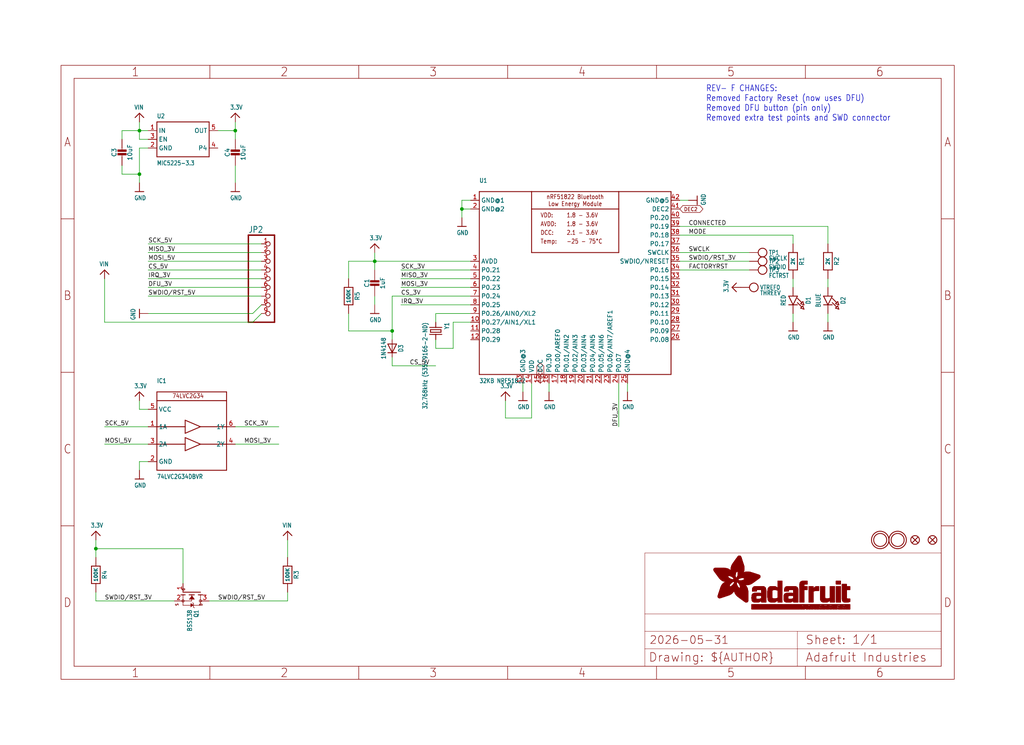
<source format=kicad_sch>
(kicad_sch (version 20230121) (generator eeschema)
  (paper "User" 298.45 217.322)
  (lib_symbols
    (symbol "working-eagle-import:3.3V" (power)
      (property "Value" "3.3V" (at -1.524 1.016 0))
      (symbol "3.3V_1_0"
        (pin power_in line (at 0 -2.54 90) (length 2.54) (name "3.3V") (number "1"))
      )
    )
    (symbol "working-eagle-import:74LVC2G34DBVR"
      (property "Reference" "IC" (at -7.62 15.24 0))
      (symbol "74LVC2G34DBVR_1_0"
        (text "74LVC2G34" (at -3.175 10.795 0) (effects (font (size 1.27 1.0795)) (justify left bottom)))
        (pin input line (at -10.16 2.54 0) (length 2.54) (name "1A") (number "1"))
        (pin power_in line (at -10.16 -7.62 0) (length 2.54) (name "GND") (number "2"))
        (pin input line (at -10.16 -2.54 0) (length 2.54) (name "2A") (number "3"))
        (pin output line (at 15.24 -2.54 180) (length 2.54) (name "2Y") (number "4"))
        (pin power_in line (at -10.16 7.62 0) (length 2.54) (name "VCC") (number "5"))
        (pin output line (at 15.24 2.54 180) (length 2.54) (name "1Y") (number "6"))
      )
    )
    (symbol "working-eagle-import:CAP_CERAMIC0805-NOOUTLINE"
      (property "Reference" "C" (at -2.29 1.25 90))
      (symbol "CAP_CERAMIC0805-NOOUTLINE_1_0"
        (pin passive line (at 0 5.08 270) (length 2.54) (name "1") (number "1"))
        (pin passive line (at 0 -2.54 90) (length 2.54) (name "2") (number "2"))
      )
    )
    (symbol "working-eagle-import:CAP_CERAMIC0805_10MGAP"
      (property "Reference" "C" (at -2.29 1.25 90))
      (symbol "CAP_CERAMIC0805_10MGAP_1_0"
        (pin passive line (at 0 5.08 270) (length 2.54) (name "1") (number "1"))
        (pin passive line (at 0 -2.54 90) (length 2.54) (name "2") (number "2"))
      )
    )
    (symbol "working-eagle-import:CRYSTAL2.0X6.0_32.768"
      (property "Reference" "Y" (at -2.54 2.54 0))
      (symbol "CRYSTAL2.0X6.0_32.768_1_0"
        (pin passive line (at -2.54 0 0) (length 0) (name "1") (number "1"))
        (pin passive line (at 2.54 0 180) (length 0) (name "2") (number "2"))
      )
    )
    (symbol "working-eagle-import:DIODESOD-323"
      (property "Reference" "D" (at 0 2.54 0))
      (symbol "DIODESOD-323_1_0"
        (pin passive line (at -2.54 0 0) (length 2.54) (name "A") (number "A"))
        (pin passive line (at 2.54 0 180) (length 2.54) (name "C") (number "C"))
      )
    )
    (symbol "working-eagle-import:FIDUCIAL{dblquote}{dblquote}")
    (symbol "working-eagle-import:FRAME_A4_ADAFRUIT"
      (symbol "FRAME_A4_ADAFRUIT_1_0"
        (text "${#}/${##}" (at 230.505 10.16 0) (effects (font (size 2.54 2.54)) (justify left bottom)))
        (text "${AUTHOR}" (at 189.23 5.08 0) (effects (font (size 2.286 2.286)) (justify left bottom)))
        (text "${CURRENT_DATE}" (at 171.45 10.16 0) (effects (font (size 2.286 2.286)) (justify left bottom)))
        (text "${PROJECTNAME}" (at 171.45 15.24 0) (effects (font (size 2.54 2.54)) (justify left bottom)))
        (text "1" (at 21.6958 1.905 0) (effects (font (size 2.54 2.286))))
        (text "1" (at 21.6958 177.165 0) (effects (font (size 2.54 2.286))))
        (text "2" (at 65.0875 1.905 0) (effects (font (size 2.54 2.286))))
        (text "2" (at 65.0875 177.165 0) (effects (font (size 2.54 2.286))))
        (text "3" (at 108.4792 1.905 0) (effects (font (size 2.54 2.286))))
        (text "3" (at 108.4792 177.165 0) (effects (font (size 2.54 2.286))))
        (text "4" (at 151.8708 1.905 0) (effects (font (size 2.54 2.286))))
        (text "4" (at 151.8708 177.165 0) (effects (font (size 2.54 2.286))))
        (text "5" (at 195.2625 1.905 0) (effects (font (size 2.54 2.286))))
        (text "5" (at 195.2625 177.165 0) (effects (font (size 2.54 2.286))))
        (text "6" (at 238.6542 1.905 0) (effects (font (size 2.54 2.286))))
        (text "6" (at 238.6542 177.165 0) (effects (font (size 2.54 2.286))))
        (text "A" (at 1.905 156.6863 0) (effects (font (size 2.54 2.286))))
        (text "A" (at 258.445 156.6863 0) (effects (font (size 2.54 2.286))))
        (text "Adafruit Industries" (at 216.916 4.953 0) (effects (font (size 2.54 2.54)) (justify left bottom)))
        (text "B" (at 1.905 111.9188 0) (effects (font (size 2.54 2.286))))
        (text "B" (at 258.445 111.9188 0) (effects (font (size 2.54 2.286))))
        (text "C" (at 1.905 67.1513 0) (effects (font (size 2.54 2.286))))
        (text "C" (at 258.445 67.1513 0) (effects (font (size 2.54 2.286))))
        (text "D" (at 1.905 22.3838 0) (effects (font (size 2.54 2.286))))
        (text "D" (at 258.445 22.3838 0) (effects (font (size 2.54 2.286))))
        (text "Drawing:" (at 171.196 4.953 0) (effects (font (size 2.54 2.54)) (justify left bottom)))
        (text "Sheet:" (at 216.916 10.033 0) (effects (font (size 2.54 2.54)) (justify left bottom)))
      )
    )
    (symbol "working-eagle-import:GND" (power)
      (property "Value" "GND" (at -1.524 -2.54 0))
      (symbol "GND_1_0"
        (pin power_in line (at 0 2.54 270) (length 2.54) (name "GND") (number "1"))
      )
    )
    (symbol "working-eagle-import:HEADER-1X970MIL"
      (property "Reference" "JP" (at -6.35 13.335 0))
      (symbol "HEADER-1X970MIL_1_0"
        (pin passive inverted (at -2.54 10.16 0) (length 2.54) (name "1") (number "1"))
        (pin passive inverted (at -2.54 7.62 0) (length 2.54) (name "2") (number "2"))
        (pin passive inverted (at -2.54 5.08 0) (length 2.54) (name "3") (number "3"))
        (pin passive inverted (at -2.54 2.54 0) (length 2.54) (name "4") (number "4"))
        (pin passive inverted (at -2.54 0 0) (length 2.54) (name "5") (number "5"))
        (pin passive inverted (at -2.54 -2.54 0) (length 2.54) (name "6") (number "6"))
        (pin passive inverted (at -2.54 -5.08 0) (length 2.54) (name "7") (number "7"))
        (pin passive inverted (at -2.54 -7.62 0) (length 2.54) (name "8") (number "8"))
        (pin passive inverted (at -2.54 -10.16 0) (length 2.54) (name "9") (number "9"))
      )
    )
    (symbol "working-eagle-import:LED0805_NOOUTLINE"
      (property "Reference" "D" (at -1.27 4.445 0))
      (symbol "LED0805_NOOUTLINE_1_0"
        (pin passive line (at -5.08 0 0) (length 2.54) (name "A") (number "A"))
        (pin passive line (at 2.54 0 180) (length 2.54) (name "C") (number "C"))
      )
    )
    (symbol "working-eagle-import:MOSFET-NWIDE"
      (property "Reference" "Q" (at 5.08 0.635 0))
      (symbol "MOSFET-NWIDE_1_0"
        (text "D" (at 3.175 3.175 0) (effects (font (size 0.8128 0.6908)) (justify left bottom)))
        (text "G" (at -1.27 -1.905 0) (effects (font (size 0.8128 0.6908)) (justify left bottom)))
        (text "S" (at 3.175 -3.81 0) (effects (font (size 0.8128 0.6908)) (justify left bottom)))
        (pin bidirectional line (at -2.54 -2.54 0) (length 2.54) (name "G") (number "1"))
        (pin bidirectional line (at 2.54 -5.08 90) (length 2.54) (name "S") (number "2"))
        (pin bidirectional line (at 2.54 5.08 270) (length 2.54) (name "D") (number "3"))
      )
    )
    (symbol "working-eagle-import:MOUNTINGHOLE2.5")
    (symbol "working-eagle-import:NRF51822_MODULE_MDBT40"
      (property "Reference" "U" (at -27.94 27.94 0))
      (symbol "NRF51822_MODULE_MDBT40_1_0"
        (text "-25 - 75°C" (at -2.54 10.16 0) (effects (font (size 1.27 1.0795)) (justify left bottom)))
        (text "1.8 - 3.6V" (at -2.54 15.24 0) (effects (font (size 1.27 1.0795)) (justify left bottom)))
        (text "1.8 - 3.6V" (at -2.54 17.78 0) (effects (font (size 1.27 1.0795)) (justify left bottom)))
        (text "2.1 - 3.6V" (at -2.54 12.7 0) (effects (font (size 1.27 1.0795)) (justify left bottom)))
        (text "AVDD:" (at -10.16 15.24 0) (effects (font (size 1.27 1.0795)) (justify left bottom)))
        (text "DCC:" (at -10.16 12.7 0) (effects (font (size 1.27 1.0795)) (justify left bottom)))
        (text "nRF51822 Bluetooth\nLow Energy Module" (at 0 22.86 0) (effects (font (size 1.27 1.0795))))
        (text "Temp:" (at -10.16 10.16 0) (effects (font (size 1.27 1.0795)) (justify left bottom)))
        (text "VDD:" (at -10.16 17.78 0) (effects (font (size 1.27 1.0795)) (justify left bottom)))
        (pin power_in line (at -30.48 22.86 0) (length 2.54) (name "GND@1") (number "1"))
        (pin bidirectional line (at -30.48 -12.7 0) (length 2.54) (name "P0.27/AIN1/XL1") (number "10"))
        (pin bidirectional line (at -30.48 -15.24 0) (length 2.54) (name "P0.28") (number "11"))
        (pin bidirectional line (at -30.48 -17.78 0) (length 2.54) (name "P0.29") (number "12"))
        (pin power_in line (at -15.24 -30.48 90) (length 2.54) (name "GND@3") (number "13"))
        (pin power_in line (at -12.7 -30.48 90) (length 2.54) (name "VDD") (number "14"))
        (pin power_in line (at -10.16 -30.48 90) (length 2.54) (name "DCC") (number "15"))
        (pin bidirectional line (at -7.62 -30.48 90) (length 2.54) (name "P0.30") (number "16"))
        (pin bidirectional line (at -5.08 -30.48 90) (length 2.54) (name "P0.00/AREF0") (number "17"))
        (pin bidirectional line (at -2.54 -30.48 90) (length 2.54) (name "P0.01/AIN2") (number "18"))
        (pin bidirectional line (at 0 -30.48 90) (length 2.54) (name "P0.02/AIN3") (number "19"))
        (pin power_in line (at -30.48 20.32 0) (length 2.54) (name "GND@2") (number "2"))
        (pin bidirectional line (at 2.54 -30.48 90) (length 2.54) (name "P0.03/AIN4") (number "20"))
        (pin bidirectional line (at 5.08 -30.48 90) (length 2.54) (name "P0.04/AIN5") (number "21"))
        (pin bidirectional line (at 7.62 -30.48 90) (length 2.54) (name "P0.05/AIN6") (number "22"))
        (pin bidirectional line (at 10.16 -30.48 90) (length 2.54) (name "P0.06/AIN7/AREF1") (number "23"))
        (pin bidirectional line (at 12.7 -30.48 90) (length 2.54) (name "P0.07") (number "24"))
        (pin power_in line (at 15.24 -30.48 90) (length 2.54) (name "GND@4") (number "25"))
        (pin bidirectional line (at 30.48 -17.78 180) (length 2.54) (name "P0.08") (number "26"))
        (pin bidirectional line (at 30.48 -15.24 180) (length 2.54) (name "P0.09") (number "27"))
        (pin bidirectional line (at 30.48 -12.7 180) (length 2.54) (name "P0.10") (number "28"))
        (pin bidirectional line (at 30.48 -10.16 180) (length 2.54) (name "P0.11") (number "29"))
        (pin power_in line (at -30.48 5.08 0) (length 2.54) (name "AVDD") (number "3"))
        (pin bidirectional line (at 30.48 -7.62 180) (length 2.54) (name "P0.12") (number "30"))
        (pin bidirectional line (at 30.48 -5.08 180) (length 2.54) (name "P0.13") (number "31"))
        (pin bidirectional line (at 30.48 -2.54 180) (length 2.54) (name "P0.14") (number "32"))
        (pin bidirectional line (at 30.48 0 180) (length 2.54) (name "P0.15") (number "33"))
        (pin bidirectional line (at 30.48 2.54 180) (length 2.54) (name "P0.16") (number "34"))
        (pin bidirectional line (at 30.48 5.08 180) (length 2.54) (name "SWDIO/NRESET") (number "35"))
        (pin bidirectional line (at 30.48 7.62 180) (length 2.54) (name "SWCLK") (number "36"))
        (pin bidirectional line (at 30.48 10.16 180) (length 2.54) (name "P0.17") (number "37"))
        (pin bidirectional line (at 30.48 12.7 180) (length 2.54) (name "P0.18") (number "38"))
        (pin bidirectional line (at 30.48 15.24 180) (length 2.54) (name "P0.19") (number "39"))
        (pin bidirectional line (at -30.48 2.54 0) (length 2.54) (name "P0.21") (number "4"))
        (pin bidirectional line (at 30.48 17.78 180) (length 2.54) (name "P0.20") (number "40"))
        (pin power_in line (at 30.48 20.32 180) (length 2.54) (name "DEC2") (number "41"))
        (pin power_in line (at 30.48 22.86 180) (length 2.54) (name "GND@5") (number "42"))
        (pin bidirectional line (at -30.48 0 0) (length 2.54) (name "P0.22") (number "5"))
        (pin bidirectional line (at -30.48 -2.54 0) (length 2.54) (name "P0.23") (number "6"))
        (pin bidirectional line (at -30.48 -5.08 0) (length 2.54) (name "P0.24") (number "7"))
        (pin bidirectional line (at -30.48 -7.62 0) (length 2.54) (name "P0.25") (number "8"))
        (pin bidirectional line (at -30.48 -10.16 0) (length 2.54) (name "P0.26/AIN0/XL2") (number "9"))
      )
    )
    (symbol "working-eagle-import:RESISTOR0805_NOOUTLINE"
      (property "Reference" "R" (at 0 2.54 0))
      (symbol "RESISTOR0805_NOOUTLINE_1_0"
        (pin passive line (at -5.08 0 0) (length 2.54) (name "1") (number "1"))
        (pin passive line (at 5.08 0 180) (length 2.54) (name "2") (number "2"))
      )
    )
    (symbol "working-eagle-import:RESISTOR_0805MP"
      (property "Reference" "R" (at 0 2.54 0))
      (symbol "RESISTOR_0805MP_1_0"
        (pin passive line (at -5.08 0 0) (length 2.54) (name "1") (number "1"))
        (pin passive line (at 5.08 0 180) (length 2.54) (name "2") (number "2"))
      )
    )
    (symbol "working-eagle-import:TESTPOINT1.5X2.0MM_NOCREAM"
      (property "Reference" "TP" (at 0 5.588 90))
      (symbol "TESTPOINT1.5X2.0MM_NOCREAM_1_0"
        (pin bidirectional line (at 0 0 90) (length 2.54) (name "P$1") (number "P$1"))
      )
    )
    (symbol "working-eagle-import:VIN" (power)
      (property "Value" "VIN" (at -1.524 1.016 0))
      (symbol "VIN_1_0"
        (pin power_in line (at 0 -2.54 90) (length 2.54) (name "VIN") (number "1"))
      )
    )
    (symbol "working-eagle-import:VREG_SOT23-5"
      (property "Reference" "U" (at -7.62 6.096 0))
      (symbol "VREG_SOT23-5_1_0"
        (pin power_in line (at -10.16 2.54 0) (length 2.54) (name "IN") (number "1"))
        (pin power_in line (at -10.16 -2.54 0) (length 2.54) (name "GND") (number "2"))
        (pin input line (at -10.16 0 0) (length 2.54) (name "EN") (number "3"))
        (pin bidirectional line (at 10.16 -2.54 180) (length 2.54) (name "P4") (number "4"))
        (pin power_in line (at 10.16 2.54 180) (length 2.54) (name "OUT") (number "5"))
      )
    )
  )
  (junction (at 114.3 96.52))
  (junction (at 109.22 76.2))
  (junction (at 27.94 160.02))
  (junction (at 40.64 50.8))
  (junction (at 134.62 60.96))
  (junction (at 40.64 38.1))
  (junction (at 68.58 38.1))
  (wire (pts (xy 40.64 40.64) (xy 40.64 38.1)) (stroke (width 0.1524)))
  (wire (pts (xy 63.5 38.1) (xy 68.58 38.1)) (stroke (width 0.1524)))
  (wire (pts (xy 30.48 129.54) (xy 43.18 129.54)) (stroke (width 0.1524)))
  (wire (pts (xy 116.84 83.82) (xy 137.16 83.82)) (stroke (width 0.1524)))
  (wire (pts (xy 68.58 38.1) (xy 68.58 35.56)) (stroke (width 0.1524)))
  (wire (pts (xy 73.66 93.98) (xy 76.2 91.44)) (stroke (width 0.1524)))
  (wire (pts (xy 35.56 38.1) (xy 35.56 40.64)) (stroke (width 0.1524)))
  (wire (pts (xy 182.88 111.76) (xy 182.88 114.3)) (stroke (width 0.1524)))
  (wire (pts (xy 114.3 96.52) (xy 114.3 99.06)) (stroke (width 0.1524)))
  (wire (pts (xy 198.12 68.58) (xy 231.14 68.58)) (stroke (width 0.1524)))
  (wire (pts (xy 43.18 38.1) (xy 40.64 38.1)) (stroke (width 0.1524)))
  (wire (pts (xy 30.48 124.46) (xy 43.18 124.46)) (stroke (width 0.1524)))
  (wire (pts (xy 43.18 119.38) (xy 40.64 119.38)) (stroke (width 0.1524)))
  (wire (pts (xy 35.56 50.8) (xy 35.56 48.26)) (stroke (width 0.1524)))
  (wire (pts (xy 53.34 160.02) (xy 27.94 160.02)) (stroke (width 0.1524)))
  (wire (pts (xy 68.58 48.26) (xy 68.58 53.34)) (stroke (width 0.1524)))
  (wire (pts (xy 101.6 76.2) (xy 101.6 81.28)) (stroke (width 0.1524)))
  (wire (pts (xy 114.3 106.68) (xy 114.3 104.14)) (stroke (width 0.1524)))
  (wire (pts (xy 109.22 76.2) (xy 109.22 73.66)) (stroke (width 0.1524)))
  (wire (pts (xy 40.64 38.1) (xy 40.64 35.56)) (stroke (width 0.1524)))
  (wire (pts (xy 198.12 78.74) (xy 218.44 78.74)) (stroke (width 0.1524)))
  (wire (pts (xy 40.64 119.38) (xy 40.64 116.84)) (stroke (width 0.1524)))
  (wire (pts (xy 137.16 91.44) (xy 127 91.44)) (stroke (width 0.1524)))
  (wire (pts (xy 132.08 93.98) (xy 137.16 93.98)) (stroke (width 0.1524)))
  (wire (pts (xy 132.08 101.6) (xy 132.08 93.98)) (stroke (width 0.1524)))
  (wire (pts (xy 109.22 76.2) (xy 109.22 78.74)) (stroke (width 0.1524)))
  (wire (pts (xy 68.58 124.46) (xy 81.28 124.46)) (stroke (width 0.1524)))
  (wire (pts (xy 83.82 162.56) (xy 83.82 157.48)) (stroke (width 0.1524)))
  (wire (pts (xy 116.84 78.74) (xy 137.16 78.74)) (stroke (width 0.1524)))
  (wire (pts (xy 134.62 60.96) (xy 134.62 63.5)) (stroke (width 0.1524)))
  (wire (pts (xy 127 91.44) (xy 127 93.98)) (stroke (width 0.1524)))
  (wire (pts (xy 27.94 160.02) (xy 27.94 157.48)) (stroke (width 0.1524)))
  (wire (pts (xy 134.62 58.42) (xy 134.62 60.96)) (stroke (width 0.1524)))
  (wire (pts (xy 27.94 175.26) (xy 27.94 172.72)) (stroke (width 0.1524)))
  (wire (pts (xy 198.12 66.04) (xy 241.3 66.04)) (stroke (width 0.1524)))
  (wire (pts (xy 109.22 86.36) (xy 109.22 88.9)) (stroke (width 0.1524)))
  (wire (pts (xy 68.58 38.1) (xy 68.58 40.64)) (stroke (width 0.1524)))
  (wire (pts (xy 73.66 91.44) (xy 76.2 88.9)) (stroke (width 0.1524)))
  (wire (pts (xy 43.18 134.62) (xy 40.64 134.62)) (stroke (width 0.1524)))
  (wire (pts (xy 198.12 73.66) (xy 218.44 73.66)) (stroke (width 0.1524)))
  (wire (pts (xy 43.18 86.36) (xy 76.2 86.36)) (stroke (width 0.1524)))
  (wire (pts (xy 231.14 81.28) (xy 231.14 83.82)) (stroke (width 0.1524)))
  (wire (pts (xy 154.94 121.92) (xy 147.32 121.92)) (stroke (width 0.1524)))
  (wire (pts (xy 116.84 81.28) (xy 137.16 81.28)) (stroke (width 0.1524)))
  (wire (pts (xy 83.82 172.72) (xy 83.82 175.26)) (stroke (width 0.1524)))
  (wire (pts (xy 43.18 78.74) (xy 76.2 78.74)) (stroke (width 0.1524)))
  (wire (pts (xy 43.18 40.64) (xy 40.64 40.64)) (stroke (width 0.1524)))
  (wire (pts (xy 241.3 91.44) (xy 241.3 93.98)) (stroke (width 0.1524)))
  (wire (pts (xy 40.64 134.62) (xy 40.64 137.16)) (stroke (width 0.1524)))
  (wire (pts (xy 198.12 76.2) (xy 218.44 76.2)) (stroke (width 0.1524)))
  (wire (pts (xy 43.18 81.28) (xy 76.2 81.28)) (stroke (width 0.1524)))
  (wire (pts (xy 127 101.6) (xy 132.08 101.6)) (stroke (width 0.1524)))
  (wire (pts (xy 30.48 93.98) (xy 30.48 81.28)) (stroke (width 0.1524)))
  (wire (pts (xy 43.18 43.18) (xy 40.64 43.18)) (stroke (width 0.1524)))
  (wire (pts (xy 147.32 121.92) (xy 147.32 116.84)) (stroke (width 0.1524)))
  (wire (pts (xy 73.66 93.98) (xy 30.48 93.98)) (stroke (width 0.1524)))
  (wire (pts (xy 231.14 91.44) (xy 231.14 93.98)) (stroke (width 0.1524)))
  (wire (pts (xy 68.58 129.54) (xy 81.28 129.54)) (stroke (width 0.1524)))
  (wire (pts (xy 180.34 111.76) (xy 180.34 124.46)) (stroke (width 0.1524)))
  (wire (pts (xy 27.94 162.56) (xy 27.94 160.02)) (stroke (width 0.1524)))
  (wire (pts (xy 40.64 50.8) (xy 40.64 53.34)) (stroke (width 0.1524)))
  (wire (pts (xy 114.3 106.68) (xy 127 106.68)) (stroke (width 0.1524)))
  (wire (pts (xy 76.2 83.82) (xy 43.18 83.82)) (stroke (width 0.1524)))
  (wire (pts (xy 43.18 71.12) (xy 76.2 71.12)) (stroke (width 0.1524)))
  (wire (pts (xy 60.96 175.26) (xy 83.82 175.26)) (stroke (width 0.1524)))
  (wire (pts (xy 43.18 73.66) (xy 76.2 73.66)) (stroke (width 0.1524)))
  (wire (pts (xy 241.3 81.28) (xy 241.3 83.82)) (stroke (width 0.1524)))
  (wire (pts (xy 127 99.06) (xy 127 101.6)) (stroke (width 0.1524)))
  (wire (pts (xy 101.6 91.44) (xy 101.6 96.52)) (stroke (width 0.1524)))
  (wire (pts (xy 43.18 91.44) (xy 73.66 91.44)) (stroke (width 0.1524)))
  (wire (pts (xy 137.16 76.2) (xy 109.22 76.2)) (stroke (width 0.1524)))
  (wire (pts (xy 231.14 68.58) (xy 231.14 71.12)) (stroke (width 0.1524)))
  (wire (pts (xy 137.16 58.42) (xy 134.62 58.42)) (stroke (width 0.1524)))
  (wire (pts (xy 137.16 60.96) (xy 134.62 60.96)) (stroke (width 0.1524)))
  (wire (pts (xy 109.22 76.2) (xy 101.6 76.2)) (stroke (width 0.1524)))
  (wire (pts (xy 198.12 58.42) (xy 200.66 58.42)) (stroke (width 0.1524)))
  (wire (pts (xy 40.64 38.1) (xy 35.56 38.1)) (stroke (width 0.1524)))
  (wire (pts (xy 114.3 86.36) (xy 137.16 86.36)) (stroke (width 0.1524)))
  (wire (pts (xy 53.34 170.18) (xy 53.34 160.02)) (stroke (width 0.1524)))
  (wire (pts (xy 154.94 111.76) (xy 154.94 121.92)) (stroke (width 0.1524)))
  (wire (pts (xy 27.94 175.26) (xy 50.8 175.26)) (stroke (width 0.1524)))
  (wire (pts (xy 101.6 96.52) (xy 114.3 96.52)) (stroke (width 0.1524)))
  (wire (pts (xy 241.3 66.04) (xy 241.3 71.12)) (stroke (width 0.1524)))
  (wire (pts (xy 114.3 86.36) (xy 114.3 96.52)) (stroke (width 0.1524)))
  (wire (pts (xy 40.64 50.8) (xy 35.56 50.8)) (stroke (width 0.1524)))
  (wire (pts (xy 160.02 111.76) (xy 160.02 114.3)) (stroke (width 0.1524)))
  (wire (pts (xy 116.84 88.9) (xy 137.16 88.9)) (stroke (width 0.1524)))
  (wire (pts (xy 40.64 43.18) (xy 40.64 50.8)) (stroke (width 0.1524)))
  (wire (pts (xy 152.4 111.76) (xy 152.4 114.3)) (stroke (width 0.1524)))
  (wire (pts (xy 43.18 76.2) (xy 76.2 76.2)) (stroke (width 0.1524)))
  (text "REV- F CHANGES:\nRemoved Factory Reset (now uses DFU)\nRemoved DFU button (pin only)\nRemoved extra test points and SWD connector" (at 205.74 35.56 0) (effects (font (size 1.778 1.5113)) (justify left bottom)))
  (label "MODE" (at 200.66 68.58 0) (effects (font (size 1.2446 1.2446))))
  (label "SCK_3V" (at 116.84 78.74 0) (effects (font (size 1.2446 1.2446))))
  (label "SWDIO/RST_5V" (at 43.18 86.36 0) (effects (font (size 1.2446 1.2446))))
  (label "MOSI_5V" (at 30.48 129.54 0) (effects (font (size 1.2446 1.2446))))
  (label "MOSI_3V" (at 71.12 129.54 0) (effects (font (size 1.2446 1.2446))))
  (label "SWDIO/RST_5V" (at 63.5 175.26 0) (effects (font (size 1.2446 1.2446))))
  (label "SCK_5V" (at 43.18 71.12 0) (effects (font (size 1.2446 1.2446))))
  (label "FACTORYRST" (at 200.66 78.74 0) (effects (font (size 1.2446 1.2446))))
  (label "DFU_3V" (at 43.18 83.82 0) (effects (font (size 1.2446 1.2446))))
  (label "MOSI_3V" (at 116.84 83.82 0) (effects (font (size 1.2446 1.2446))))
  (label "IRQ_3V" (at 43.18 81.28 0) (effects (font (size 1.2446 1.2446))))
  (label "MISO_3V" (at 43.18 73.66 0) (effects (font (size 1.2446 1.2446))))
  (label "CS_5V" (at 119.38 106.68 0) (effects (font (size 1.2446 1.2446))))
  (label "SCK_5V" (at 30.48 124.46 0) (effects (font (size 1.2446 1.2446))))
  (label "DFU_3V" (at 180.34 124.46 90) (effects (font (size 1.2446 1.2446))))
  (label "CONNECTED" (at 200.66 66.04 0) (effects (font (size 1.2446 1.2446))))
  (label "SCK_3V" (at 71.12 124.46 0) (effects (font (size 1.2446 1.2446))))
  (label "CS_3V" (at 116.84 86.36 0) (effects (font (size 1.2446 1.2446))))
  (label "MOSI_5V" (at 43.18 76.2 0) (effects (font (size 1.2446 1.2446))))
  (label "IRQ_3V" (at 116.84 88.9 0) (effects (font (size 1.2446 1.2446))))
  (label "SWDIO/RST_3V" (at 30.48 175.26 0) (effects (font (size 1.2446 1.2446))))
  (label "SWCLK" (at 200.66 73.66 0) (effects (font (size 1.2446 1.2446))))
  (label "MISO_3V" (at 116.84 81.28 0) (effects (font (size 1.2446 1.2446))))
  (label "SWDIO/RST_3V" (at 200.66 76.2 0) (effects (font (size 1.2446 1.2446))))
  (label "CS_5V" (at 43.18 78.74 0) (effects (font (size 1.2446 1.2446))))
  (global_label "DCC" (shape bidirectional) (at 157.48 111.76 90) (effects (font (size 1.016 1.016))) (property "Intersheetrefs" "${INTERSHEET_REFS}" (effects hide)))
  (global_label "DEC2" (shape bidirectional) (at 198.12 60.96 0) (effects (font (size 1.016 1.016))) (property "Intersheetrefs" "${INTERSHEET_REFS}" (effects hide)))
  (symbol (lib_id "working-eagle-import:LED0805_NOOUTLINE") (at 241.3 88.9 270) (unit 1)
    (property "Reference" "D2" (at 245.745 87.63 0) (effects (font (size 1.27 1.0795))))
    (property "Value" "BLUE" (at 238.506 87.63 0) (effects (font (size 1.27 1.0795))))
    (property "Footprint" "working:CHIPLED_0805_NOOUTLINE" (effects hide))
  )
  (symbol (lib_id "working-eagle-import:3.3V") (at 213.36 83.82 90) (unit 1)
    (property "Reference" "#U$4" (effects hide))
    (property "Value" "3.3V" (at 212.344 85.344 0) (effects (font (size 1.27 1.0795)) (justify left bottom)))
  )
  (symbol (lib_id "working-eagle-import:FRAME_A4_ADAFRUIT") (at 17.78 198.12 0) (unit 1)
    (property "Reference" "#U$1" (effects hide))
    (property "Value" "FRAME_A4_ADAFRUIT" (effects hide))
  )
  (symbol (lib_id "working-eagle-import:GND") (at 40.64 91.44 270) (unit 1)
    (property "Reference" "#U$2" (effects hide))
    (property "Value" "GND" (at 38.1 89.916 0) (effects (font (size 1.27 1.0795)) (justify left bottom)))
  )
  (symbol (lib_id "working-eagle-import:3.3V") (at 68.58 33.02 0) (unit 1)
    (property "Reference" "#U$22" (effects hide))
    (property "Value" "3.3V" (at 67.056 32.004 0) (effects (font (size 1.27 1.0795)) (justify left bottom)))
  )
  (symbol (lib_id "working-eagle-import:TESTPOINT1.5X2.0MM_NOCREAM") (at 218.44 73.66 270) (unit 1)
    (property "Reference" "TP1" (at 224.028 73.66 90) (effects (font (size 1.27 1.0795)) (justify left)))
    (property "Value" "SWCLK" (at 224.028 75.311 90) (effects (font (size 1.27 1.0795)) (justify left)))
    (property "Footprint" "working:PAD-1.5X2.0" (effects hide))
  )
  (symbol (lib_id "working-eagle-import:RESISTOR0805_NOOUTLINE") (at 27.94 167.64 270) (unit 1)
    (property "Reference" "R4" (at 30.48 167.64 0))
    (property "Value" "100K" (at 27.94 167.64 0) (effects (font (size 1.016 1.016) bold)))
    (property "Footprint" "working:0805-NO" (effects hide))
  )
  (symbol (lib_id "working-eagle-import:VIN") (at 83.82 154.94 0) (unit 1)
    (property "Reference" "#U$32" (effects hide))
    (property "Value" "VIN" (at 82.296 153.924 0) (effects (font (size 1.27 1.0795)) (justify left bottom)))
  )
  (symbol (lib_id "working-eagle-import:3.3V") (at 27.94 154.94 0) (unit 1)
    (property "Reference" "#U$31" (effects hide))
    (property "Value" "3.3V" (at 26.416 153.924 0) (effects (font (size 1.27 1.0795)) (justify left bottom)))
  )
  (symbol (lib_id "working-eagle-import:GND") (at 109.22 91.44 0) (unit 1)
    (property "Reference" "#U$15" (effects hide))
    (property "Value" "GND" (at 107.696 93.98 0) (effects (font (size 1.27 1.0795)) (justify left bottom)))
  )
  (symbol (lib_id "working-eagle-import:TESTPOINT1.5X2.0MM_NOCREAM") (at 218.44 78.74 270) (unit 1)
    (property "Reference" "TP3" (at 224.028 78.74 90) (effects (font (size 1.27 1.0795)) (justify left)))
    (property "Value" "FCTRST" (at 224.028 80.391 90) (effects (font (size 1.27 1.0795)) (justify left)))
    (property "Footprint" "working:PAD-1.5X2.0" (effects hide))
  )
  (symbol (lib_id "working-eagle-import:FIDUCIAL{dblquote}{dblquote}") (at 266.7 157.48 0) (unit 1)
    (property "Reference" "FID3" (effects hide))
    (property "Value" "FIDUCIAL{dblquote}{dblquote}" (effects hide))
    (property "Footprint" "working:FIDUCIAL_1MM" (effects hide))
  )
  (symbol (lib_id "working-eagle-import:NRF51822_MODULE_MDBT40") (at 167.64 81.28 0) (unit 1)
    (property "Reference" "U1" (at 139.7 53.34 0) (effects (font (size 1.27 1.0795)) (justify left bottom)))
    (property "Value" "32KB NRF51822" (at 139.7 111.76 0) (effects (font (size 1.27 1.0795)) (justify left bottom)))
    (property "Footprint" "working:BLE_MODULE_RAYTAC_MDBT40" (effects hide))
  )
  (symbol (lib_id "working-eagle-import:RESISTOR_0805MP") (at 101.6 86.36 270) (unit 1)
    (property "Reference" "R5" (at 104.14 86.36 0))
    (property "Value" "100K" (at 101.6 86.36 0) (effects (font (size 1.016 1.016) bold)))
    (property "Footprint" "working:_0805MP" (effects hide))
  )
  (symbol (lib_id "working-eagle-import:LED0805_NOOUTLINE") (at 231.14 88.9 270) (unit 1)
    (property "Reference" "D1" (at 235.585 87.63 0) (effects (font (size 1.27 1.0795))))
    (property "Value" "RED" (at 228.346 87.63 0) (effects (font (size 1.27 1.0795))))
    (property "Footprint" "working:CHIPLED_0805_NOOUTLINE" (effects hide))
  )
  (symbol (lib_id "working-eagle-import:RESISTOR_0805MP") (at 231.14 76.2 270) (unit 1)
    (property "Reference" "R1" (at 233.68 76.2 0))
    (property "Value" "2K" (at 231.14 76.2 0) (effects (font (size 1.016 1.016) bold)))
    (property "Footprint" "working:_0805MP" (effects hide))
  )
  (symbol (lib_id "working-eagle-import:GND") (at 68.58 55.88 0) (unit 1)
    (property "Reference" "#U$21" (effects hide))
    (property "Value" "GND" (at 67.056 58.42 0) (effects (font (size 1.27 1.0795)) (justify left bottom)))
  )
  (symbol (lib_id "working-eagle-import:TESTPOINT1.5X2.0MM_NOCREAM") (at 218.44 76.2 270) (unit 1)
    (property "Reference" "TP2" (at 224.028 76.2 90) (effects (font (size 1.27 1.0795)) (justify left)))
    (property "Value" "SWDIO" (at 224.028 77.851 90) (effects (font (size 1.27 1.0795)) (justify left)))
    (property "Footprint" "working:PAD-1.5X2.0" (effects hide))
  )
  (symbol (lib_id "working-eagle-import:CAP_CERAMIC0805-NOOUTLINE") (at 35.56 45.72 0) (unit 1)
    (property "Reference" "C3" (at 33.27 44.47 90))
    (property "Value" "10uF" (at 37.86 44.47 90))
    (property "Footprint" "working:0805-NO" (effects hide))
  )
  (symbol (lib_id "working-eagle-import:CRYSTAL2.0X6.0_32.768") (at 127 96.52 270) (unit 1)
    (property "Reference" "Y1" (at 129.54 93.98 0) (effects (font (size 1.27 1.0795)) (justify left bottom)))
    (property "Value" "32.768kHz (535-9166-2-ND)" (at 123.19 93.98 0) (effects (font (size 1.27 1.0795)) (justify left bottom)))
    (property "Footprint" "working:CRYSTAL_CYL_2X6MM_SMT" (effects hide))
  )
  (symbol (lib_id "working-eagle-import:VIN") (at 40.64 33.02 0) (unit 1)
    (property "Reference" "#U$19" (effects hide))
    (property "Value" "VIN" (at 39.116 32.004 0) (effects (font (size 1.27 1.0795)) (justify left bottom)))
  )
  (symbol (lib_id "working-eagle-import:CAP_CERAMIC0805_10MGAP") (at 68.58 45.72 0) (unit 1)
    (property "Reference" "C4" (at 66.29 44.47 90))
    (property "Value" "10uF" (at 70.88 44.47 90))
    (property "Footprint" "working:0805_10MGAP" (effects hide))
  )
  (symbol (lib_id "working-eagle-import:3.3V") (at 109.22 71.12 0) (unit 1)
    (property "Reference" "#U$16" (effects hide))
    (property "Value" "3.3V" (at 107.696 70.104 0) (effects (font (size 1.27 1.0795)) (justify left bottom)))
  )
  (symbol (lib_id "working-eagle-import:TESTPOINT1.5X2.0MM_NOCREAM") (at 215.9 83.82 270) (unit 1)
    (property "Reference" "VTREF0" (at 221.488 83.82 90) (effects (font (size 1.27 1.0795)) (justify left)))
    (property "Value" "THREEV" (at 221.488 85.471 90) (effects (font (size 1.27 1.0795)) (justify left)))
    (property "Footprint" "working:PAD-1.5X2.0" (effects hide))
  )
  (symbol (lib_id "working-eagle-import:GND") (at 241.3 96.52 0) (unit 1)
    (property "Reference" "#U$7" (effects hide))
    (property "Value" "GND" (at 239.776 99.06 0) (effects (font (size 1.27 1.0795)) (justify left bottom)))
  )
  (symbol (lib_id "working-eagle-import:74LVC2G34DBVR") (at 53.34 127 0) (unit 1)
    (property "Reference" "IC1" (at 45.72 111.76 0) (effects (font (size 1.27 1.0795)) (justify left bottom)))
    (property "Value" "74LVC2G34DBVR" (at 45.72 139.7 0) (effects (font (size 1.27 1.0795)) (justify left bottom)))
    (property "Footprint" "working:SOT23-6" (effects hide))
  )
  (symbol (lib_id "working-eagle-import:FIDUCIAL{dblquote}{dblquote}") (at 271.78 157.48 0) (unit 1)
    (property "Reference" "FID1" (effects hide))
    (property "Value" "FIDUCIAL{dblquote}{dblquote}" (effects hide))
    (property "Footprint" "working:FIDUCIAL_1MM" (effects hide))
  )
  (symbol (lib_id "working-eagle-import:3.3V") (at 147.32 114.3 0) (unit 1)
    (property "Reference" "#U$14" (effects hide))
    (property "Value" "3.3V" (at 145.796 113.284 0) (effects (font (size 1.27 1.0795)) (justify left bottom)))
  )
  (symbol (lib_id "working-eagle-import:GND") (at 203.2 58.42 90) (unit 1)
    (property "Reference" "#U$13" (effects hide))
    (property "Value" "GND" (at 205.74 59.944 0) (effects (font (size 1.27 1.0795)) (justify left bottom)))
  )
  (symbol (lib_id "working-eagle-import:CAP_CERAMIC0805_10MGAP") (at 109.22 83.82 0) (unit 1)
    (property "Reference" "C1" (at 106.93 82.57 90))
    (property "Value" "1uF" (at 111.52 82.57 90))
    (property "Footprint" "working:0805_10MGAP" (effects hide))
  )
  (symbol (lib_id "working-eagle-import:HEADER-1X970MIL") (at 78.74 81.28 0) (unit 1)
    (property "Reference" "JP2" (at 72.39 67.945 0) (effects (font (size 1.778 1.5113)) (justify left bottom)))
    (property "Value" "HEADER-1X970MIL" (effects hide))
    (property "Footprint" "working:1X09_ROUND_70" (effects hide))
  )
  (symbol (lib_id "working-eagle-import:GND") (at 152.4 116.84 0) (unit 1)
    (property "Reference" "#U$11" (effects hide))
    (property "Value" "GND" (at 150.876 119.38 0) (effects (font (size 1.27 1.0795)) (justify left bottom)))
  )
  (symbol (lib_id "working-eagle-import:GND") (at 134.62 66.04 0) (unit 1)
    (property "Reference" "#U$12" (effects hide))
    (property "Value" "GND" (at 133.096 68.58 0) (effects (font (size 1.27 1.0795)) (justify left bottom)))
  )
  (symbol (lib_id "working-eagle-import:GND") (at 40.64 139.7 0) (unit 1)
    (property "Reference" "#U$34" (effects hide))
    (property "Value" "GND" (at 39.116 142.24 0) (effects (font (size 1.27 1.0795)) (justify left bottom)))
  )
  (symbol (lib_id "working-eagle-import:MOSFET-NWIDE") (at 55.88 172.72 270) (unit 1)
    (property "Reference" "Q1" (at 56.515 177.8 0) (effects (font (size 1.27 1.0795)) (justify left bottom)))
    (property "Value" "BSS138" (at 54.61 177.8 0) (effects (font (size 1.27 1.0795)) (justify left bottom)))
    (property "Footprint" "working:SOT23-WIDE@1" (effects hide))
  )
  (symbol (lib_id "working-eagle-import:RESISTOR0805_NOOUTLINE") (at 83.82 167.64 270) (unit 1)
    (property "Reference" "R3" (at 86.36 167.64 0))
    (property "Value" "100K" (at 83.82 167.64 0) (effects (font (size 1.016 1.016) bold)))
    (property "Footprint" "working:0805-NO" (effects hide))
  )
  (symbol (lib_id "working-eagle-import:DIODESOD-323") (at 114.3 101.6 270) (unit 1)
    (property "Reference" "D3" (at 116.84 101.6 0) (effects (font (size 1.27 1.0795))))
    (property "Value" "1N4148" (at 111.8 101.6 0) (effects (font (size 1.27 1.0795))))
    (property "Footprint" "working:SOD-323" (effects hide))
  )
  (symbol (lib_id "working-eagle-import:GND") (at 231.14 96.52 0) (unit 1)
    (property "Reference" "#U$6" (effects hide))
    (property "Value" "GND" (at 229.616 99.06 0) (effects (font (size 1.27 1.0795)) (justify left bottom)))
  )
  (symbol (lib_id "working-eagle-import:MOUNTINGHOLE2.5") (at 256.54 157.48 0) (unit 1)
    (property "Reference" "U$29" (effects hide))
    (property "Value" "MOUNTINGHOLE2.5" (effects hide))
    (property "Footprint" "working:MOUNTINGHOLE_2.5_PLATED" (effects hide))
  )
  (symbol (lib_id "working-eagle-import:MOUNTINGHOLE2.5") (at 261.62 157.48 0) (unit 1)
    (property "Reference" "U$28" (effects hide))
    (property "Value" "MOUNTINGHOLE2.5" (effects hide))
    (property "Footprint" "working:MOUNTINGHOLE_2.5_PLATED" (effects hide))
  )
  (symbol (lib_id "working-eagle-import:GND") (at 40.64 55.88 0) (unit 1)
    (property "Reference" "#U$20" (effects hide))
    (property "Value" "GND" (at 39.116 58.42 0) (effects (font (size 1.27 1.0795)) (justify left bottom)))
  )
  (symbol (lib_id "working-eagle-import:RESISTOR_0805MP") (at 241.3 76.2 270) (unit 1)
    (property "Reference" "R2" (at 243.84 76.2 0))
    (property "Value" "2K" (at 241.3 76.2 0) (effects (font (size 1.016 1.016) bold)))
    (property "Footprint" "working:_0805MP" (effects hide))
  )
  (symbol (lib_id "working-eagle-import:GND") (at 160.02 116.84 0) (unit 1)
    (property "Reference" "#U$8" (effects hide))
    (property "Value" "GND" (at 158.496 119.38 0) (effects (font (size 1.27 1.0795)) (justify left bottom)))
  )
  (symbol (lib_id "working-eagle-import:3.3V") (at 40.64 114.3 0) (unit 1)
    (property "Reference" "#U$33" (effects hide))
    (property "Value" "3.3V" (at 39.116 113.284 0) (effects (font (size 1.27 1.0795)) (justify left bottom)))
  )
  (symbol (lib_id "working-eagle-import:VIN") (at 30.48 78.74 0) (unit 1)
    (property "Reference" "#U$5" (effects hide))
    (property "Value" "VIN" (at 28.956 77.724 0) (effects (font (size 1.27 1.0795)) (justify left bottom)))
  )
  (symbol (lib_id "working-eagle-import:VREG_SOT23-5") (at 53.34 40.64 0) (unit 1)
    (property "Reference" "U2" (at 45.72 34.544 0) (effects (font (size 1.27 1.0795)) (justify left bottom)))
    (property "Value" "MIC5225-3.3" (at 45.72 48.26 0) (effects (font (size 1.27 1.0795)) (justify left bottom)))
    (property "Footprint" "working:SOT23-5" (effects hide))
  )
  (symbol (lib_id "working-eagle-import:GND") (at 182.88 116.84 0) (unit 1)
    (property "Reference" "#U$10" (effects hide))
    (property "Value" "GND" (at 181.356 119.38 0) (effects (font (size 1.27 1.0795)) (justify left bottom)))
  )
)
</source>
